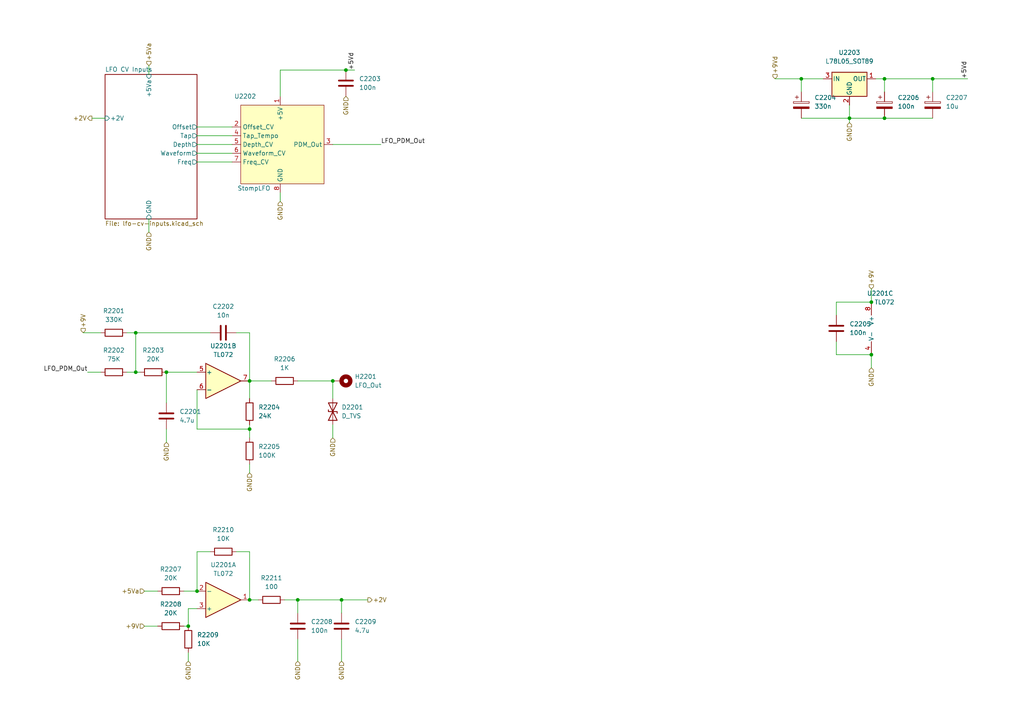
<source format=kicad_sch>
(kicad_sch (version 20211123) (generator eeschema)
  (paper "A4")
  (lib_symbols
    (symbol "Amplifier_Operational:TL072" (pin_names (offset 0.127))
      (property "Reference" "U" (at 0 5.08 0))
      (property "Value" "TL072" (at 0 -5.08 0))
      (symbol "TL072_1_1"
        (polyline (pts (xy -5.08 5.08) (xy 5.08 0) (xy -5.08 -5.08) (xy -5.08 5.08)) (stroke (width 0.254)) (fill (type background)))
        (pin output line (at 7.62 0 180) (length 2.54) (name "~") (number "1"))
        (pin input line (at -7.62 -2.54 0) (length 2.54) (name "-") (number "2"))
        (pin input line (at -7.62 2.54 0) (length 2.54) (name "+") (number "3"))
      )
      (symbol "TL072_2_1"
        (polyline (pts (xy -5.08 5.08) (xy 5.08 0) (xy -5.08 -5.08) (xy -5.08 5.08)) (stroke (width 0.254)) (fill (type background)))
        (pin input line (at -7.62 2.54 0) (length 2.54) (name "+") (number "5"))
        (pin input line (at -7.62 -2.54 0) (length 2.54) (name "-") (number "6"))
        (pin output line (at 7.62 0 180) (length 2.54) (name "~") (number "7"))
      )
      (symbol "TL072_3_1"
        (pin power_in line (at -2.54 -7.62 90) (length 3.81) (name "V-") (number "4"))
        (pin power_in line (at -2.54 7.62 270) (length 3.81) (name "V+") (number "8"))
      )
    )
    (symbol "Device:C" (pin_numbers hide) (pin_names (offset 0.254))
      (property "Reference" "C" (at 0.635 2.54 0))
      (property "Value" "C" (at 0.635 -2.54 0))
      (symbol "C_0_1"
        (polyline (pts (xy -2.032 -0.762) (xy 2.032 -0.762)) (stroke (width 0.508)))
        (polyline (pts (xy -2.032 0.762) (xy 2.032 0.762)) (stroke (width 0.508)))
      )
      (symbol "C_1_1"
        (pin passive line (at 0 3.81 270) (length 2.794) (name "~") (number "1"))
        (pin passive line (at 0 -3.81 90) (length 2.794) (name "~") (number "2"))
      )
    )
    (symbol "Device:C_Polarized" (pin_numbers hide) (pin_names (offset 0.254))
      (property "Reference" "C" (at 0.635 2.54 0))
      (property "Value" "C_Polarized" (at 0.635 -2.54 0))
      (symbol "C_Polarized_0_1"
        (rectangle (start -2.286 0.508) (end 2.286 1.016))
        (polyline (pts (xy -1.778 2.286) (xy -0.762 2.286)))
        (polyline (pts (xy -1.27 2.794) (xy -1.27 1.778)))
        (rectangle (start 2.286 -0.508) (end -2.286 -1.016) (fill (type outline)))
      )
      (symbol "C_Polarized_1_1"
        (pin passive line (at 0 3.81 270) (length 2.794) (name "~") (number "1"))
        (pin passive line (at 0 -3.81 90) (length 2.794) (name "~") (number "2"))
      )
    )
    (symbol "Device:D_TVS" (pin_numbers hide) (pin_names (offset 1.016) hide)
      (property "Reference" "D" (at 0 2.54 0))
      (property "Value" "D_TVS" (at 0 -2.54 0))
      (symbol "D_TVS_0_1"
        (polyline (pts (xy 1.27 0) (xy -1.27 0)))
        (polyline (pts (xy 0.508 1.27) (xy 0 1.27) (xy 0 -1.27) (xy -0.508 -1.27)) (stroke (width 0.254)))
        (polyline (pts (xy -2.54 1.27) (xy -2.54 -1.27) (xy 2.54 1.27) (xy 2.54 -1.27) (xy -2.54 1.27)) (stroke (width 0.254)))
      )
      (symbol "D_TVS_1_1"
        (pin passive line (at -3.81 0 0) (length 2.54) (name "A1") (number "1"))
        (pin passive line (at 3.81 0 180) (length 2.54) (name "A2") (number "2"))
      )
    )
    (symbol "Device:R" (pin_numbers hide) (pin_names (offset 0))
      (property "Reference" "R" (at 2.032 0 90))
      (property "Value" "R" (at 0 0 90))
      (symbol "R_0_1"
        (rectangle (start -1.016 -2.54) (end 1.016 2.54) (stroke (width 0.254)))
      )
      (symbol "R_1_1"
        (pin passive line (at 0 3.81 270) (length 1.27) (name "~") (number "1"))
        (pin passive line (at 0 -3.81 90) (length 1.27) (name "~") (number "2"))
      )
    )
    (symbol "Mechanical:MountingHole_Pad" (pin_numbers hide) (pin_names (offset 1.016) hide)
      (property "Reference" "H" (at 0 6.35 0))
      (property "Value" "MountingHole_Pad" (at 0 4.445 0))
      (symbol "MountingHole_Pad_0_1"
        (circle (center 0 1.27) (radius 1.27) (stroke (width 1.27)))
      )
      (symbol "MountingHole_Pad_1_1"
        (pin input line (at 0 -2.54 90) (length 2.54) (name "1") (number "1"))
      )
    )
    (symbol "Regulator_Linear:L78L05_SOT89" (pin_names (offset 0.254))
      (property "Reference" "U" (at -3.81 3.175 0))
      (property "Value" "L78L05_SOT89" (at -0.635 3.175 0))
      (symbol "L78L05_SOT89_0_1"
        (rectangle (start -5.08 1.905) (end 5.08 -5.08) (stroke (width 0.254)) (fill (type background)))
      )
      (symbol "L78L05_SOT89_1_1"
        (pin power_out line (at 7.62 0 180) (length 2.54) (name "OUT") (number "1"))
        (pin power_in line (at 0 -7.62 90) (length 2.54) (name "GND") (number "2"))
        (pin power_in line (at -7.62 0 0) (length 2.54) (name "IN") (number "3"))
      )
    )
    (symbol "stomplfo:StompLFO"
      (property "Reference" "U" (at -11.43 12.7 0))
      (property "Value" "StompLFO" (at -11.43 -12.7 0))
      (symbol "StompLFO_0_1"
        (rectangle (start -11.43 11.43) (end 12.7 -11.43) (fill (type background)))
      )
      (symbol "StompLFO_1_1"
        (pin power_in line (at 0 13.97 270) (length 2.54) (name "+5V") (number "1"))
        (pin input line (at -13.97 5.08 0) (length 2.54) (name "Offset_CV") (number "2"))
        (pin output line (at 15.24 0 180) (length 2.54) (name "PDM_Out") (number "3"))
        (pin input line (at -13.97 2.54 0) (length 2.54) (name "Tap_Tempo") (number "4"))
        (pin input line (at -13.97 0 0) (length 2.54) (name "Depth_CV") (number "5"))
        (pin input line (at -13.97 -2.54 0) (length 2.54) (name "Waveform_CV") (number "6"))
        (pin input line (at -13.97 -5.08 0) (length 2.54) (name "Freq_CV") (number "7"))
        (pin power_in line (at 0 -13.97 90) (length 2.54) (name "GND") (number "8"))
      )
    )
  )
  (junction (at 252.73 102.87))
  (junction (at 72.39 173.99))
  (junction (at 54.61 181.61))
  (junction (at 48.26 107.95))
  (junction (at 256.54 22.86))
  (junction (at 252.73 87.63))
  (junction (at 270.51 22.86))
  (junction (at 72.39 110.49))
  (junction (at 39.37 107.95))
  (junction (at 100.33 20.32))
  (junction (at 57.15 171.45))
  (junction (at 256.54 34.29))
  (junction (at 39.37 96.52))
  (junction (at 72.39 124.46))
  (junction (at 246.38 34.29))
  (junction (at 232.41 22.86))
  (junction (at 96.52 110.49))
  (junction (at 86.36 173.99))
  (junction (at 99.06 173.99))
  (wire (pts (xy 232.41 22.86) (xy 238.76 22.86)))
  (wire (pts (xy 246.38 30.48) (xy 246.38 34.29)))
  (wire (pts (xy 57.15 39.37) (xy 67.31 39.37)))
  (wire (pts (xy 232.41 34.29) (xy 246.38 34.29)))
  (wire (pts (xy 43.18 19.05) (xy 43.18 21.59)))
  (wire (pts (xy 36.83 96.52) (xy 39.37 96.52)))
  (wire (pts (xy 252.73 102.87) (xy 252.73 106.68)))
  (wire (pts (xy 53.34 171.45) (xy 57.15 171.45)))
  (wire (pts (xy 57.15 113.03) (xy 57.15 124.46)))
  (wire (pts (xy 57.15 44.45) (xy 67.31 44.45)))
  (wire (pts (xy 48.26 107.95) (xy 48.26 116.84)))
  (wire (pts (xy 81.28 20.32) (xy 100.33 20.32)))
  (wire (pts (xy 256.54 22.86) (xy 256.54 26.67)))
  (wire (pts (xy 72.39 110.49) (xy 78.74 110.49)))
  (wire (pts (xy 232.41 22.86) (xy 232.41 26.67)))
  (wire (pts (xy 100.33 20.32) (xy 102.87 20.32)))
  (wire (pts (xy 242.57 99.06) (xy 242.57 102.87)))
  (wire (pts (xy 24.13 96.52) (xy 29.21 96.52)))
  (wire (pts (xy 26.67 34.29) (xy 30.48 34.29)))
  (wire (pts (xy 72.39 124.46) (xy 57.15 124.46)))
  (wire (pts (xy 82.55 173.99) (xy 86.36 173.99)))
  (wire (pts (xy 39.37 107.95) (xy 40.64 107.95)))
  (wire (pts (xy 96.52 123.19) (xy 96.52 127)))
  (wire (pts (xy 72.39 124.46) (xy 72.39 127)))
  (wire (pts (xy 86.36 173.99) (xy 86.36 177.8)))
  (wire (pts (xy 86.36 173.99) (xy 99.06 173.99)))
  (wire (pts (xy 86.36 110.49) (xy 96.52 110.49)))
  (wire (pts (xy 254 22.86) (xy 256.54 22.86)))
  (wire (pts (xy 57.15 171.45) (xy 57.15 160.02)))
  (wire (pts (xy 96.52 41.91) (xy 110.49 41.91)))
  (wire (pts (xy 252.73 83.82) (xy 252.73 87.63)))
  (wire (pts (xy 72.39 110.49) (xy 72.39 96.52)))
  (wire (pts (xy 246.38 34.29) (xy 256.54 34.29)))
  (wire (pts (xy 57.15 36.83) (xy 67.31 36.83)))
  (wire (pts (xy 68.58 160.02) (xy 72.39 160.02)))
  (wire (pts (xy 53.34 181.61) (xy 54.61 181.61)))
  (wire (pts (xy 270.51 26.67) (xy 270.51 22.86)))
  (wire (pts (xy 41.91 181.61) (xy 45.72 181.61)))
  (wire (pts (xy 246.38 34.29) (xy 246.38 35.56)))
  (wire (pts (xy 99.06 173.99) (xy 106.68 173.99)))
  (wire (pts (xy 48.26 107.95) (xy 57.15 107.95)))
  (wire (pts (xy 72.39 96.52) (xy 68.58 96.52)))
  (wire (pts (xy 256.54 34.29) (xy 270.51 34.29)))
  (wire (pts (xy 72.39 134.62) (xy 72.39 137.16)))
  (wire (pts (xy 41.91 171.45) (xy 45.72 171.45)))
  (wire (pts (xy 39.37 96.52) (xy 60.96 96.52)))
  (wire (pts (xy 86.36 185.42) (xy 86.36 191.77)))
  (wire (pts (xy 25.4 107.95) (xy 29.21 107.95)))
  (wire (pts (xy 96.52 110.49) (xy 96.52 115.57)))
  (wire (pts (xy 72.39 110.49) (xy 72.39 115.57)))
  (wire (pts (xy 43.18 63.5) (xy 43.18 67.31)))
  (wire (pts (xy 72.39 160.02) (xy 72.39 173.99)))
  (wire (pts (xy 270.51 22.86) (xy 280.67 22.86)))
  (wire (pts (xy 54.61 176.53) (xy 54.61 181.61)))
  (wire (pts (xy 72.39 123.19) (xy 72.39 124.46)))
  (wire (pts (xy 242.57 87.63) (xy 242.57 91.44)))
  (wire (pts (xy 39.37 96.52) (xy 39.37 107.95)))
  (wire (pts (xy 256.54 22.86) (xy 270.51 22.86)))
  (wire (pts (xy 57.15 160.02) (xy 60.96 160.02)))
  (wire (pts (xy 81.28 20.32) (xy 81.28 27.94)))
  (wire (pts (xy 99.06 173.99) (xy 99.06 177.8)))
  (wire (pts (xy 72.39 173.99) (xy 74.93 173.99)))
  (wire (pts (xy 224.79 22.86) (xy 232.41 22.86)))
  (wire (pts (xy 48.26 124.46) (xy 48.26 128.27)))
  (wire (pts (xy 252.73 87.63) (xy 242.57 87.63)))
  (wire (pts (xy 57.15 41.91) (xy 67.31 41.91)))
  (wire (pts (xy 54.61 189.23) (xy 54.61 191.77)))
  (wire (pts (xy 54.61 176.53) (xy 57.15 176.53)))
  (wire (pts (xy 81.28 55.88) (xy 81.28 58.42)))
  (wire (pts (xy 57.15 46.99) (xy 67.31 46.99)))
  (wire (pts (xy 36.83 107.95) (xy 39.37 107.95)))
  (wire (pts (xy 99.06 185.42) (xy 99.06 191.77)))
  (wire (pts (xy 242.57 102.87) (xy 252.73 102.87)))
  (label "+5Vd" (at 102.87 20.32 90))
  (label "+5Vd" (at 280.67 22.86 90))
  (label "LFO_PDM_Out" (at 25.4 107.95 180))
  (label "LFO_PDM_Out" (at 110.49 41.91 0))
  (hierarchical_label "GND" (shape input) (at 246.38 35.56 270))
  (hierarchical_label "GND" (shape input) (at 252.73 106.68 270))
  (hierarchical_label "+2V" (shape output) (at 106.68 173.99 0))
  (hierarchical_label "+5Va" (shape input) (at 43.18 19.05 90))
  (hierarchical_label "GND" (shape input) (at 99.06 191.77 270))
  (hierarchical_label "+5Va" (shape input) (at 41.91 171.45 180))
  (hierarchical_label "+9V" (shape input) (at 252.73 83.82 90))
  (hierarchical_label "GND" (shape input) (at 100.33 27.94 270))
  (hierarchical_label "GND" (shape input) (at 48.26 128.27 270))
  (hierarchical_label "+9V" (shape input) (at 24.13 96.52 90))
  (hierarchical_label "+9Vd" (shape input) (at 224.79 22.86 90))
  (hierarchical_label "GND" (shape input) (at 86.36 191.77 270))
  (hierarchical_label "GND" (shape input) (at 72.39 137.16 270))
  (hierarchical_label "GND" (shape input) (at 54.61 191.77 270))
  (hierarchical_label "GND" (shape input) (at 96.52 127 270))
  (hierarchical_label "GND" (shape input) (at 43.18 67.31 270))
  (hierarchical_label "+2V" (shape output) (at 26.67 34.29 180))
  (hierarchical_label "+9V" (shape input) (at 41.91 181.61 180))
  (hierarchical_label "GND" (shape input) (at 81.28 58.42 270))
  (symbol (lib_id "Device:C") (at 100.33 24.13 0) (unit 1)
    (property "Reference" "C2203" (at 104.14 22.8599 0) (effects (justify left)))
    (property "Value" "100n" (at 104.14 25.3999 0) (effects (justify left)))
    (property "Footprint" "Capacitor_SMD:C_0603_1608Metric_Pad1.08x0.95mm_HandSolder" (effects hide))
    (property "LCSC" "C497032" (effects hide))
    (property "Role" "ic-bypass" (effects hide))
  )
  (symbol (lib_id "Device:R") (at 72.39 130.81 180) (unit 1)
    (property "Reference" "R2205" (at 74.93 129.5399 0) (effects (justify right)))
    (property "Value" "100K" (at 74.93 132.0799 0) (effects (justify right)))
    (property "Footprint" "Resistor_SMD:R_0603_1608Metric_Pad0.98x0.95mm_HandSolder" (effects hide))
    (property "LCSC" "C14675" (effects hide))
  )
  (symbol (lib_id "stomplfo:StompLFO") (at 81.28 41.91 0) (unit 1)
    (property "Reference" "U2202" (at 71.12 27.94 0))
    (property "Value" "StompLFO" (at 73.66 54.61 0))
    (property "Footprint" "Package_DIP:DIP-8_W7.62mm" (effects hide))
  )
  (symbol (lib_id "Device:C") (at 99.06 181.61 0) (unit 1)
    (property "Reference" "C2209" (at 102.87 180.3399 0) (effects (justify left)))
    (property "Value" "4.7u" (at 102.87 182.8799 0) (effects (justify left)))
    (property "Footprint" "Capacitor_SMD:C_0603_1608Metric_Pad1.08x0.95mm_HandSolder" (effects hide))
    (property "LCSC" "C380325" (effects hide))
    (property "Role" "cv-filter" (effects hide))
  )
  (symbol (lib_id "Device:C") (at 242.57 95.25 0) (unit 1)
    (property "Reference" "C2205" (at 246.38 93.9799 0) (effects (justify left)))
    (property "Value" "100n" (at 246.38 96.5199 0) (effects (justify left)))
    (property "Footprint" "Capacitor_SMD:C_0603_1608Metric_Pad1.08x0.95mm_HandSolder" (effects hide))
    (property "LCSC" "C497032" (effects hide))
    (property "Role" "ic-bypass" (effects hide))
  )
  (symbol (lib_id "Device:R") (at 64.77 160.02 90) (unit 1)
    (property "Reference" "R2210" (at 64.77 153.67 90))
    (property "Value" "10K" (at 64.77 156.21 90))
    (property "Footprint" "Resistor_SMD:R_0603_1608Metric_Pad0.98x0.95mm_HandSolder" (effects hide))
    (property "LCSC" "C98220" (effects hide))
  )
  (symbol (lib_id "Amplifier_Operational:TL072") (at 255.27 95.25 0) (unit 3)
    (property "Reference" "U2201" (at 255.27 85.09 0))
    (property "Value" "TL072" (at 256.54 87.63 0))
    (property "Footprint" "Package_SO:SOIC-8_3.9x4.9mm_P1.27mm" (effects hide))
    (property "Datasheet" "http://www.ti.com/lit/ds/symlink/tl071.pdf" (effects hide))
    (property "LCSC" "C67473" (effects hide))
  )
  (symbol (lib_id "Device:R") (at 33.02 107.95 90) (unit 1)
    (property "Reference" "R2202" (at 33.02 101.6 90))
    (property "Value" "75K" (at 33.02 104.14 90))
    (property "Footprint" "Resistor_SMD:R_0603_1608Metric_Pad0.98x0.95mm_HandSolder" (effects hide))
    (property "LCSC" "C101185" (effects hide))
  )
  (symbol (lib_id "Amplifier_Operational:TL072") (at 64.77 173.99 0) (mirror x) (unit 1)
    (property "Reference" "U2201" (at 64.77 163.83 0))
    (property "Value" "TL072" (at 64.77 166.37 0))
    (property "Footprint" "Package_SO:SOIC-8_3.9x4.9mm_P1.27mm" (effects hide))
    (property "Datasheet" "http://www.ti.com/lit/ds/symlink/tl071.pdf" (effects hide))
    (property "LCSC" "C67473" (effects hide))
  )
  (symbol (lib_id "Device:C") (at 86.36 181.61 0) (unit 1)
    (property "Reference" "C2208" (at 90.17 180.3399 0) (effects (justify left)))
    (property "Value" "100n" (at 90.17 182.8799 0) (effects (justify left)))
    (property "Footprint" "Capacitor_SMD:C_0603_1608Metric_Pad1.08x0.95mm_HandSolder" (effects hide))
    (property "LCSC" "C519438" (effects hide))
    (property "Role" "cv-filter" (effects hide))
  )
  (symbol (lib_id "Regulator_Linear:L78L05_SOT89") (at 246.38 22.86 0) (unit 1)
    (property "Reference" "U2203" (at 246.38 15.24 0))
    (property "Value" "L78L05_SOT89" (at 246.38 17.78 0))
    (property "Footprint" "Package_TO_SOT_SMD:SOT-89-3" (effects hide))
    (property "Datasheet" "http://www.st.com/content/ccc/resource/technical/document/datasheet/15/55/e5/aa/23/5b/43/fd/CD00000446.pdf/files/CD00000446.pdf/jcr:content/translations/en.CD00000446.pdf" (effects hide))
    (property "LCSC" "C347258" (effects hide))
  )
  (symbol (lib_id "Device:R") (at 49.53 181.61 90) (unit 1)
    (property "Reference" "R2208" (at 49.53 175.26 90))
    (property "Value" "20K" (at 49.53 177.8 90))
    (property "Footprint" "Resistor_SMD:R_0603_1608Metric_Pad0.98x0.95mm_HandSolder" (effects hide))
    (property "LCSC" "C2907011" (effects hide))
  )
  (symbol (lib_id "Device:C_Polarized") (at 270.51 30.48 0) (unit 1)
    (property "Reference" "C2207" (at 274.32 28.3209 0) (effects (justify left)))
    (property "Value" "10u" (at 274.32 30.8609 0) (effects (justify left)))
    (property "Footprint" "Capacitor_SMD:CP_Elec_4x5.4" (effects hide))
    (property "LCSC" "C294524" (effects hide))
    (property "Role" "psu-filter" (effects hide))
  )
  (symbol (lib_id "Device:R") (at 82.55 110.49 90) (unit 1)
    (property "Reference" "R2206" (at 82.55 104.14 90))
    (property "Value" "1K" (at 82.55 106.68 90))
    (property "Footprint" "Resistor_SMD:R_0603_1608Metric_Pad0.98x0.95mm_HandSolder" (effects hide))
    (property "LCSC" "C2907002" (effects hide))
  )
  (symbol (lib_id "Device:R") (at 49.53 171.45 90) (unit 1)
    (property "Reference" "R2207" (at 49.53 165.1 90))
    (property "Value" "20K" (at 49.53 167.64 90))
    (property "Footprint" "Resistor_SMD:R_0603_1608Metric_Pad0.98x0.95mm_HandSolder" (effects hide))
    (property "LCSC" "C2907011" (effects hide))
  )
  (symbol (lib_id "Mechanical:MountingHole_Pad") (at 99.06 110.49 270) (unit 1)
    (property "Reference" "H2201" (at 102.87 109.2199 90) (effects (justify left)))
    (property "Value" "LFO_Out" (at 102.87 111.7599 90) (effects (justify left)))
    (property "Footprint" "MountingHole:MountingHole_4.3mm_M4_Pad_TopBottom" (effects hide))
  )
  (symbol (lib_id "Device:R") (at 54.61 185.42 180) (unit 1)
    (property "Reference" "R2209" (at 57.15 184.1499 0) (effects (justify right)))
    (property "Value" "10K" (at 57.15 186.6899 0) (effects (justify right)))
    (property "Footprint" "Resistor_SMD:R_0603_1608Metric_Pad0.98x0.95mm_HandSolder" (effects hide))
    (property "LCSC" "C98220" (effects hide))
  )
  (symbol (lib_id "Device:R") (at 44.45 107.95 90) (unit 1)
    (property "Reference" "R2203" (at 44.45 101.6 90))
    (property "Value" "20K" (at 44.45 104.14 90))
    (property "Footprint" "Resistor_SMD:R_0603_1608Metric_Pad0.98x0.95mm_HandSolder" (effects hide))
    (property "LCSC" "C2907011" (effects hide))
  )
  (symbol (lib_id "Device:C") (at 48.26 120.65 0) (unit 1)
    (property "Reference" "C2201" (at 52.07 119.3799 0) (effects (justify left)))
    (property "Value" "4.7u" (at 52.07 121.9199 0) (effects (justify left)))
    (property "Footprint" "Capacitor_SMD:C_0603_1608Metric_Pad1.08x0.95mm_HandSolder" (effects hide))
    (property "LCSC" "C380325" (effects hide))
    (property "Role" "cv-filter" (effects hide))
  )
  (symbol (lib_id "Device:C_Polarized") (at 232.41 30.48 0) (unit 1)
    (property "Reference" "C2204" (at 236.22 28.3209 0) (effects (justify left)))
    (property "Value" "330n" (at 236.22 30.8609 0) (effects (justify left)))
    (property "Footprint" "Capacitor_SMD:CP_Elec_4x5.4" (effects hide))
    (property "LCSC" "C264238" (effects hide))
    (property "Role" "psu-filter" (effects hide))
  )
  (symbol (lib_id "Device:D_TVS") (at 96.52 119.38 90) (unit 1)
    (property "Reference" "D2201" (at 99.06 118.1099 90) (effects (justify right)))
    (property "Value" "D_TVS" (at 99.06 120.6499 90) (effects (justify right)))
    (property "Footprint" "Diode_SMD:D_SOD-323_HandSoldering" (effects hide))
    (property "LCSC" "C20936" (effects hide))
  )
  (symbol (lib_id "Device:R") (at 33.02 96.52 90) (unit 1)
    (property "Reference" "R2201" (at 33.02 90.17 90))
    (property "Value" "330K" (at 33.02 92.71 90))
    (property "Footprint" "Resistor_SMD:R_0603_1608Metric_Pad0.98x0.95mm_HandSolder" (effects hide))
    (property "LCSC" "C328354" (effects hide))
  )
  (symbol (lib_id "Amplifier_Operational:TL072") (at 64.77 110.49 0) (unit 2)
    (property "Reference" "U2201" (at 64.77 100.33 0))
    (property "Value" "TL072" (at 64.77 102.87 0))
    (property "Footprint" "Package_SO:SOIC-8_3.9x4.9mm_P1.27mm" (effects hide))
    (property "Datasheet" "http://www.ti.com/lit/ds/symlink/tl071.pdf" (effects hide))
    (property "LCSC" "C67473" (effects hide))
  )
  (symbol (lib_id "Device:C") (at 64.77 96.52 90) (unit 1)
    (property "Reference" "C2202" (at 64.77 88.9 90))
    (property "Value" "10n" (at 64.77 91.44 90))
    (property "Footprint" "Capacitor_SMD:C_0603_1608Metric_Pad1.08x0.95mm_HandSolder" (effects hide))
  )
  (symbol (lib_id "Device:R") (at 72.39 119.38 180) (unit 1)
    (property "Reference" "R2204" (at 74.93 118.1099 0) (effects (justify right)))
    (property "Value" "24K" (at 74.93 120.6499 0) (effects (justify right)))
    (property "Footprint" "Resistor_SMD:R_0603_1608Metric_Pad0.98x0.95mm_HandSolder" (effects hide))
    (property "LCSC" "C2930081" (effects hide))
  )
  (symbol (lib_id "Device:R") (at 78.74 173.99 90) (unit 1)
    (property "Reference" "R2211" (at 78.74 167.64 90))
    (property "Value" "100" (at 78.74 170.18 90))
    (property "Footprint" "Resistor_SMD:R_0603_1608Metric_Pad0.98x0.95mm_HandSolder" (effects hide))
    (property "LCSC" "C103197" (effects hide))
  )
  (symbol (lib_id "Device:C_Polarized") (at 256.54 30.48 0) (unit 1)
    (property "Reference" "C2206" (at 260.35 28.3209 0) (effects (justify left)))
    (property "Value" "100n" (at 260.35 30.8609 0) (effects (justify left)))
    (property "Footprint" "Capacitor_SMD:CP_Elec_4x5.4" (effects hide))
    (property "LCSC" "C271438" (effects hide))
    (property "Role" "psu-filter" (effects hide))
  )
  (sheet (at 30.48 21.59) (size 26.67 41.91) (stroke (width 0.1524))
    (property "Sheet name" "LFO CV Inputs" (at 30.48 20.8784 0) (effects (justify left bottom)))
    (property "Sheet file" "lfo-cv-inputs.kicad_sch" (at 30.48 64.0846 0) (effects (justify left top)))
    (pin "+5Va" input (at 43.18 21.59 90))
    (pin "GND" input (at 43.18 63.5 270))
    (pin "+2V" input (at 30.48 34.29 180))
    (pin "Offset" output (at 57.15 36.83 0))
    (pin "Depth" output (at 57.15 41.91 0))
    (pin "Freq" output (at 57.15 46.99 0))
    (pin "Waveform" output (at 57.15 44.45 0))
    (pin "Tap" output (at 57.15 39.37 0))
  )
)
</source>
